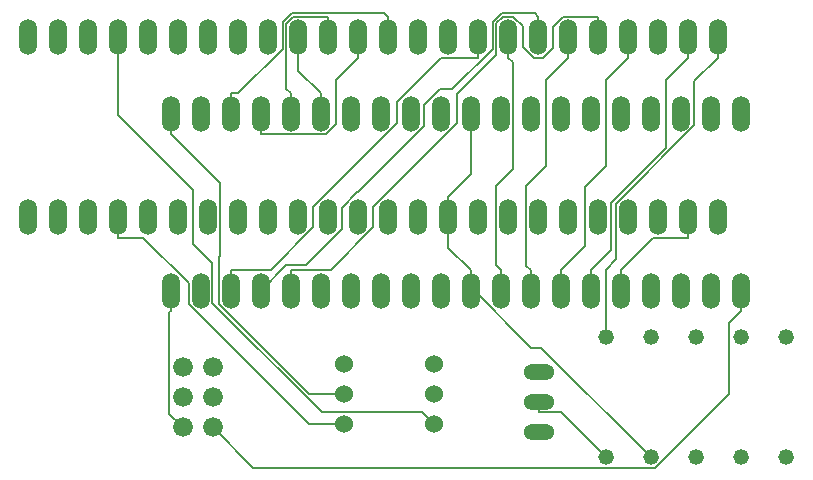
<source format=gbr>
G04 #@! TF.FileFunction,Copper,L2,Bot,Signal*
%FSLAX46Y46*%
G04 Gerber Fmt 4.6, Leading zero omitted, Abs format (unit mm)*
G04 Created by KiCad (PCBNEW 4.0.6) date 06/09/18 23:54:49*
%MOMM*%
%LPD*%
G01*
G04 APERTURE LIST*
%ADD10C,0.100000*%
%ADD11C,1.524000*%
%ADD12O,2.641600X1.320800*%
%ADD13C,1.320800*%
%ADD14C,1.676400*%
%ADD15O,1.506220X3.014980*%
%ADD16C,0.152400*%
G04 APERTURE END LIST*
D10*
D11*
X144780000Y-118745000D03*
X144780000Y-116205000D03*
X144780000Y-121285000D03*
X152400000Y-121285000D03*
X152400000Y-118745000D03*
X152400000Y-116205000D03*
D12*
X161290000Y-119380000D03*
X161290000Y-116840000D03*
X161290000Y-121920000D03*
D13*
X182156000Y-113894000D03*
X182156000Y-124054000D03*
X178346000Y-113894000D03*
X178346000Y-124054000D03*
X174536000Y-113894000D03*
X174536000Y-124054000D03*
X170726000Y-124054000D03*
X170726000Y-113894000D03*
X166916000Y-113894000D03*
X166916000Y-124054000D03*
D14*
X131086000Y-121514000D03*
X131086000Y-118974000D03*
X131086000Y-116434000D03*
X133626000Y-121514000D03*
X133626000Y-118974000D03*
X133626000Y-116434000D03*
D15*
X130086000Y-109957000D03*
X132626000Y-109957000D03*
X135166000Y-109957000D03*
X137706000Y-109957000D03*
X140246000Y-109957000D03*
X142786000Y-109957000D03*
X145326000Y-109957000D03*
X147866000Y-109957000D03*
X150406000Y-109957000D03*
X152946000Y-109957000D03*
X155486000Y-109957000D03*
X158026000Y-109957000D03*
X160566000Y-109957000D03*
X163106000Y-109957000D03*
X165646000Y-109957000D03*
X168186000Y-109957000D03*
X170726000Y-109957000D03*
X173266000Y-109957000D03*
X175806000Y-109957000D03*
X178346000Y-109957000D03*
X178346000Y-94971000D03*
X175806000Y-94971000D03*
X173266000Y-94971000D03*
X170726000Y-94971000D03*
X168186000Y-94971000D03*
X165646000Y-94971000D03*
X163106000Y-94971000D03*
X160566000Y-94971000D03*
X158026000Y-94971000D03*
X155486000Y-94971000D03*
X152946000Y-94971000D03*
X150406000Y-94971000D03*
X147866000Y-94971000D03*
X145326000Y-94971000D03*
X142786000Y-94971000D03*
X140246000Y-94971000D03*
X137706000Y-94971000D03*
X135166000Y-94971000D03*
X132626000Y-94971000D03*
X130086000Y-94971000D03*
X118021000Y-103733600D03*
X120561000Y-103733600D03*
X123101000Y-103733600D03*
X125641000Y-103733600D03*
X128181000Y-103733600D03*
X130721000Y-103733600D03*
X133261000Y-103733600D03*
X135801000Y-103733600D03*
X138341000Y-103733600D03*
X140881000Y-103733600D03*
X143421000Y-103733600D03*
X145961000Y-103733600D03*
X148501000Y-103733600D03*
X151041000Y-103733600D03*
X153581000Y-103733600D03*
X156121000Y-103733600D03*
X158661000Y-103733600D03*
X161201000Y-103733600D03*
X163741000Y-103733600D03*
X166281000Y-103733600D03*
X168821000Y-103733600D03*
X171361000Y-103733600D03*
X173901000Y-103733600D03*
X176441000Y-103733600D03*
X176441000Y-88493600D03*
X173901000Y-88493600D03*
X171361000Y-88493600D03*
X168821000Y-88493600D03*
X166281000Y-88493600D03*
X163741000Y-88493600D03*
X161201000Y-88493600D03*
X158661000Y-88493600D03*
X156121000Y-88493600D03*
X153581000Y-88493600D03*
X151041000Y-88493600D03*
X148501000Y-88493600D03*
X145961000Y-88493600D03*
X143421000Y-88493600D03*
X140881000Y-88493600D03*
X138341000Y-88493600D03*
X135801000Y-88493600D03*
X133261000Y-88493600D03*
X130721000Y-88493600D03*
X128181000Y-88493600D03*
X125641000Y-88493600D03*
X123101000Y-88493600D03*
X120561000Y-88493600D03*
X118021000Y-88493600D03*
D16*
X153581000Y-106315600D02*
X155486000Y-108220600D01*
X153581000Y-103733600D02*
X153581000Y-106315600D01*
X155486000Y-109957000D02*
X155486000Y-109650700D01*
X155486000Y-109650700D02*
X155486000Y-108220600D01*
X161455400Y-114783400D02*
X170726000Y-124054000D01*
X160618700Y-114783400D02*
X161455400Y-114783400D01*
X155486000Y-109650700D02*
X160618700Y-114783400D01*
X155486000Y-100092200D02*
X153581000Y-101997200D01*
X155486000Y-94971000D02*
X155486000Y-100092200D01*
X153581000Y-103733600D02*
X153581000Y-101997200D01*
X174428000Y-92243000D02*
X176441000Y-90230000D01*
X174428000Y-95983300D02*
X174428000Y-92243000D01*
X167811500Y-102599800D02*
X174428000Y-95983300D01*
X167811500Y-107325000D02*
X167811500Y-102599800D01*
X166916000Y-108220500D02*
X167811500Y-107325000D01*
X166916000Y-113894000D02*
X166916000Y-108220500D01*
X176441000Y-88493600D02*
X176441000Y-90230000D01*
X134254200Y-100875600D02*
X130086000Y-96707400D01*
X134254200Y-106991800D02*
X134254200Y-100875600D01*
X134162000Y-107084000D02*
X134254200Y-106991800D01*
X134162000Y-111099800D02*
X134162000Y-107084000D01*
X141807200Y-118745000D02*
X134162000Y-111099800D01*
X144780000Y-118745000D02*
X141807200Y-118745000D01*
X130086000Y-94971000D02*
X130086000Y-96707400D01*
X129967800Y-120395800D02*
X131086000Y-121514000D01*
X129967800Y-111811600D02*
X129967800Y-120395800D01*
X130086000Y-111693400D02*
X129967800Y-111811600D01*
X130086000Y-109957000D02*
X130086000Y-111693400D01*
X163131300Y-120269300D02*
X161290000Y-120269300D01*
X166916000Y-124054000D02*
X163131300Y-120269300D01*
X161290000Y-119380000D02*
X161290000Y-120269300D01*
X151354200Y-120239200D02*
X152400000Y-121285000D01*
X142864200Y-120239200D02*
X151354200Y-120239200D01*
X133608100Y-110983100D02*
X142864200Y-120239200D01*
X133608100Y-107627600D02*
X133608100Y-110983100D01*
X131991000Y-106010500D02*
X133608100Y-107627600D01*
X131991000Y-101456600D02*
X131991000Y-106010500D01*
X125641000Y-95106600D02*
X131991000Y-101456600D01*
X125641000Y-88493600D02*
X125641000Y-95106600D01*
X125641000Y-103733600D02*
X125641000Y-105470000D01*
X127760800Y-105470000D02*
X125641000Y-105470000D01*
X131619900Y-109329100D02*
X127760800Y-105470000D01*
X131619900Y-111101400D02*
X131619900Y-109329100D01*
X141803500Y-121285000D02*
X131619900Y-111101400D01*
X144780000Y-121285000D02*
X141803500Y-121285000D01*
X137067400Y-124955400D02*
X133626000Y-121514000D01*
X171120900Y-124955400D02*
X137067400Y-124955400D01*
X177364000Y-118712300D02*
X171120900Y-124955400D01*
X177364000Y-112675400D02*
X177364000Y-118712300D01*
X178346000Y-111693400D02*
X177364000Y-112675400D01*
X178346000Y-109957000D02*
X178346000Y-111693400D01*
X138546900Y-108220600D02*
X135166000Y-108220600D01*
X142151000Y-104616500D02*
X138546900Y-108220600D01*
X142151000Y-102860100D02*
X142151000Y-104616500D01*
X149244000Y-95767100D02*
X142151000Y-102860100D01*
X149244000Y-93982500D02*
X149244000Y-95767100D01*
X152996500Y-90230000D02*
X149244000Y-93982500D01*
X156121000Y-90230000D02*
X152996500Y-90230000D01*
X156121000Y-88493600D02*
X156121000Y-90230000D01*
X135166000Y-109957000D02*
X135166000Y-108220600D01*
X161201000Y-88493600D02*
X161201000Y-86757200D01*
X139856100Y-107806900D02*
X137706000Y-109957000D01*
X141512400Y-107806900D02*
X139856100Y-107806900D01*
X144557500Y-104761800D02*
X141512400Y-107806900D01*
X144557500Y-102928600D02*
X144557500Y-104761800D01*
X145843800Y-101642300D02*
X144557500Y-102928600D01*
X145920800Y-101642300D02*
X145843800Y-101642300D01*
X151524600Y-96038500D02*
X145920800Y-101642300D01*
X151524600Y-94214900D02*
X151524600Y-96038500D01*
X152878500Y-92861000D02*
X151524600Y-94214900D01*
X153939700Y-92861000D02*
X152878500Y-92861000D01*
X157333800Y-89466900D02*
X153939700Y-92861000D01*
X157333800Y-87219900D02*
X157333800Y-89466900D01*
X158101600Y-86452100D02*
X157333800Y-87219900D01*
X160895900Y-86452100D02*
X158101600Y-86452100D01*
X161201000Y-86757200D02*
X160895900Y-86452100D01*
X143620900Y-108220600D02*
X140246000Y-108220600D01*
X147231000Y-104610500D02*
X143620900Y-108220600D01*
X147231000Y-102860100D02*
X147231000Y-104610500D01*
X154324000Y-95767100D02*
X147231000Y-102860100D01*
X154324000Y-93346100D02*
X154324000Y-95767100D01*
X157659000Y-90011100D02*
X154324000Y-93346100D01*
X157659000Y-87326300D02*
X157659000Y-90011100D01*
X158228100Y-86757200D02*
X157659000Y-87326300D01*
X159100800Y-86757200D02*
X158228100Y-86757200D01*
X159931000Y-87587400D02*
X159100800Y-86757200D01*
X159931000Y-89366900D02*
X159931000Y-87587400D01*
X160812000Y-90247900D02*
X159931000Y-89366900D01*
X161632900Y-90247900D02*
X160812000Y-90247900D01*
X162471000Y-89409800D02*
X161632900Y-90247900D01*
X162471000Y-87616400D02*
X162471000Y-89409800D01*
X163330200Y-86757200D02*
X162471000Y-87616400D01*
X166281000Y-86757200D02*
X163330200Y-86757200D01*
X166281000Y-88493600D02*
X166281000Y-86757200D01*
X140246000Y-109957000D02*
X140246000Y-108220600D01*
X157629100Y-107823700D02*
X158026000Y-108220600D01*
X157629100Y-101088800D02*
X157629100Y-107823700D01*
X159057900Y-99660000D02*
X157629100Y-101088800D01*
X159057900Y-90626900D02*
X159057900Y-99660000D01*
X158661000Y-90230000D02*
X159057900Y-90626900D01*
X158661000Y-88493600D02*
X158661000Y-90230000D01*
X158026000Y-109957000D02*
X158026000Y-108220600D01*
X160188400Y-107843000D02*
X160566000Y-108220600D01*
X160188400Y-101069500D02*
X160188400Y-107843000D01*
X161877700Y-99380200D02*
X160188400Y-101069500D01*
X161877700Y-92093300D02*
X161877700Y-99380200D01*
X163741000Y-90230000D02*
X161877700Y-92093300D01*
X163741000Y-88493600D02*
X163741000Y-90230000D01*
X160566000Y-109957000D02*
X160566000Y-108220600D01*
X168821000Y-88493600D02*
X168821000Y-90230000D01*
X163106000Y-109957000D02*
X163106000Y-108220600D01*
X165119000Y-106207600D02*
X163106000Y-108220600D01*
X165119000Y-101218900D02*
X165119000Y-106207600D01*
X166916000Y-99421900D02*
X165119000Y-101218900D01*
X166916000Y-92135000D02*
X166916000Y-99421900D01*
X168821000Y-90230000D02*
X166916000Y-92135000D01*
X173901000Y-88493600D02*
X173901000Y-90230000D01*
X165646000Y-109957000D02*
X165646000Y-108220600D01*
X167354000Y-106512600D02*
X165646000Y-108220600D01*
X167354000Y-102508600D02*
X167354000Y-106512600D01*
X171996000Y-97866600D02*
X167354000Y-102508600D01*
X171996000Y-92135000D02*
X171996000Y-97866600D01*
X173901000Y-90230000D02*
X171996000Y-92135000D01*
X170936600Y-105470000D02*
X168186000Y-108220600D01*
X173901000Y-105470000D02*
X170936600Y-105470000D01*
X173901000Y-103733600D02*
X173901000Y-105470000D01*
X168186000Y-109957000D02*
X168186000Y-108220600D01*
X140881000Y-91329600D02*
X142786000Y-93234600D01*
X140881000Y-88493600D02*
X140881000Y-91329600D01*
X142786000Y-94971000D02*
X142786000Y-93234600D01*
X139876400Y-92865000D02*
X140246000Y-93234600D01*
X139876400Y-87354800D02*
X139876400Y-92865000D01*
X140474000Y-86757200D02*
X139876400Y-87354800D01*
X143421000Y-86757200D02*
X140474000Y-86757200D01*
X143421000Y-88493600D02*
X143421000Y-86757200D01*
X140246000Y-94971000D02*
X140246000Y-93234600D01*
X143193100Y-96707400D02*
X137706000Y-96707400D01*
X144056000Y-95844500D02*
X143193100Y-96707400D01*
X144056000Y-92135000D02*
X144056000Y-95844500D01*
X145961000Y-90230000D02*
X144056000Y-92135000D01*
X145961000Y-88493600D02*
X145961000Y-90230000D01*
X137706000Y-94971000D02*
X137706000Y-96707400D01*
X135788700Y-93234600D02*
X135166000Y-93234600D01*
X139548700Y-89474600D02*
X135788700Y-93234600D01*
X139548700Y-87245400D02*
X139548700Y-89474600D01*
X140367900Y-86426200D02*
X139548700Y-87245400D01*
X148170000Y-86426200D02*
X140367900Y-86426200D01*
X148501000Y-86757200D02*
X148170000Y-86426200D01*
X148501000Y-88493600D02*
X148501000Y-86757200D01*
X135166000Y-94971000D02*
X135166000Y-93234600D01*
M02*

</source>
